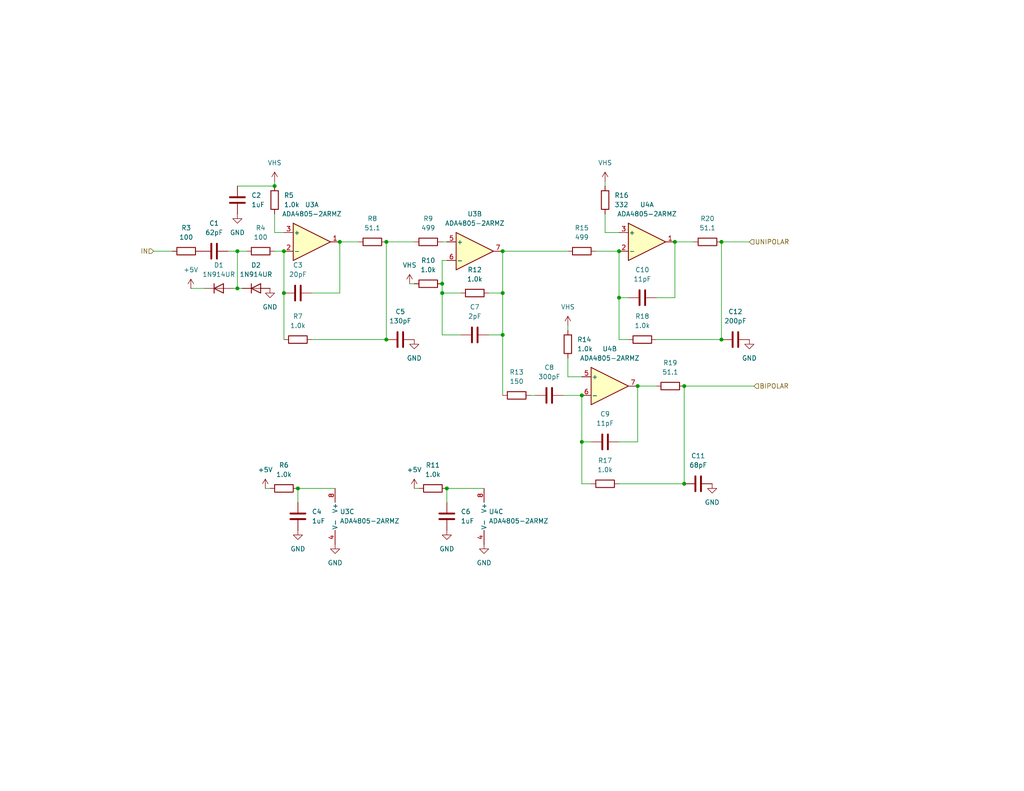
<source format=kicad_sch>
(kicad_sch (version 20231120) (generator "eeschema") (generator_version "8.0")
  (paper "USLetter")
  (title_block (title "QuERI MPU") (date "2024-05-26") (rev "Draft") (company "Noqsi Aerospace Ltd") (comment 1 "15 Blanchard Avenue, Billerica MA 01821") (comment 2 "jpd@noqsi.com"))
  (lib_symbols
    (symbol "QuERI_symbols:+2.5F" (power) (pin_names (offset 0))
      (property "Value" "+2.5F" (at 0 3.556 0))
      (symbol "+2.5F_0_1"
        (polyline (pts (xy -0.762 1.27) (xy 0 2.54)))
        (polyline (pts (xy 0 0) (xy 0 2.54)))
        (polyline (pts (xy 0 2.54) (xy 0.762 1.27)))
      )
      (symbol "+2.5F_1_1"
        (pin power_in line (at 0 0 90) (length 0) hide (name "+2.5F") (number "1"))
      )
    )
    (symbol "QuERI_symbols:1N914UR" (pin_numbers hide) (pin_names hide)
      (property "Reference" "D" (at 0 2.54 0))
      (property "Value" "1N914UR" (at 0 -2.54 0))
      (symbol "1N914UR_0_1"
        (polyline (pts (xy -1.27 1.27) (xy -1.27 -1.27)) (stroke (width 0.254)))
        (polyline (pts (xy 1.27 0) (xy -1.27 0)))
        (polyline (pts (xy 1.27 1.27) (xy 1.27 -1.27) (xy -1.27 0) (xy 1.27 1.27)) (stroke (width 0.254)))
      )
      (symbol "1N914UR_1_1"
        (pin passive line (at -3.81 0 0) (length 2.54) (name "K") (number "1"))
        (pin passive line (at 3.81 0 180) (length 2.54) (name "A") (number "2"))
      )
    )
    (symbol "QuERI_symbols:ADA4805-2ARMZ" (pin_names (offset 0.127))
      (property "Reference" "U" (at 0 5.08 0))
      (property "Value" "ADA4805-2ARMZ" (at 0 -5.08 0))
      (symbol "ADA4805-2ARMZ_1_1"
        (polyline (pts (xy -5.08 5.08) (xy 5.08 0) (xy -5.08 -5.08) (xy -5.08 5.08)) (stroke (width 0.254)) (fill (type background)))
        (pin output line (at 7.62 0 180) (length 2.54) (name "~") (number "1"))
        (pin input line (at -7.62 -2.54 0) (length 2.54) (name "-") (number "2"))
        (pin input line (at -7.62 2.54 0) (length 2.54) (name "+") (number "3"))
      )
      (symbol "ADA4805-2ARMZ_2_1"
        (polyline (pts (xy -5.08 5.08) (xy 5.08 0) (xy -5.08 -5.08) (xy -5.08 5.08)) (stroke (width 0.254)) (fill (type background)))
        (pin input line (at -7.62 2.54 0) (length 2.54) (name "+") (number "5"))
        (pin input line (at -7.62 -2.54 0) (length 2.54) (name "-") (number "6"))
        (pin output line (at 7.62 0 180) (length 2.54) (name "~") (number "7"))
      )
      (symbol "ADA4805-2ARMZ_3_1"
        (pin power_in line (at -2.54 -7.62 90) (length 3.81) (name "V-") (number "4"))
        (pin power_in line (at -2.54 7.62 270) (length 3.81) (name "V+") (number "8"))
      )
    )
    (symbol "QuERI_symbols:C" (pin_numbers hide) (pin_names (offset 0.254))
      (property "Reference" "C" (at 0.635 2.54 0))
      (property "Value" "1uF" (at 0.635 -2.54 0))
      (symbol "C_0_1"
        (polyline (pts (xy -2.032 -0.762) (xy 2.032 -0.762)) (stroke (width 0.508)))
        (polyline (pts (xy -2.032 0.762) (xy 2.032 0.762)) (stroke (width 0.508)))
      )
      (symbol "C_1_1"
        (pin passive line (at 0 3.81 270) (length 2.794) (name "~") (number "1"))
        (pin passive line (at 0 -3.81 90) (length 2.794) (name "~") (number "2"))
      )
    )
    (symbol "QuERI_symbols:Csmall" (pin_numbers hide) (pin_names (offset 0.254))
      (property "Reference" "C" (at 0.635 2.54 0))
      (property "Value" "Csmall" (at 0.635 -2.54 0))
      (symbol "Csmall_0_1"
        (polyline (pts (xy -2.032 -0.762) (xy 2.032 -0.762)) (stroke (width 0.508)))
        (polyline (pts (xy -2.032 0.762) (xy 2.032 0.762)) (stroke (width 0.508)))
      )
      (symbol "Csmall_1_1"
        (pin passive line (at 0 3.81 270) (length 2.794) (name "~") (number "1"))
        (pin passive line (at 0 -3.81 90) (length 2.794) (name "~") (number "2"))
      )
    )
    (symbol "QuERI_symbols:Rlowp" (pin_numbers hide) (pin_names (offset 0))
      (property "Reference" "R" (at 2.032 0 90))
      (property "Value" "Rlowp" (at 0 0 90))
      (symbol "Rlowp_0_1"
        (rectangle (start -1.016 -2.54) (end 1.016 2.54) (stroke (width 0.254)))
      )
      (symbol "Rlowp_1_1"
        (pin passive line (at 0 3.81 270) (length 1.27) (name "~") (number "1"))
        (pin passive line (at 0 -3.81 90) (length 1.27) (name "~") (number "2"))
      )
    )
    (symbol "power:+5V" (power) (pin_numbers hide) (pin_names (offset 0) hide)
      (property "Value" "+5V" (at 0 3.556 0))
      (symbol "+5V_0_1"
        (polyline (pts (xy -0.762 1.27) (xy 0 2.54)))
        (polyline (pts (xy 0 0) (xy 0 2.54)))
        (polyline (pts (xy 0 2.54) (xy 0.762 1.27)))
      )
      (symbol "+5V_1_1"
        (pin power_in line (at 0 0 90) (length 0) (name "~") (number "1"))
      )
    )
    (symbol "power:GND" (power) (pin_numbers hide) (pin_names (offset 0) hide)
      (property "Value" "GND" (at 0 -3.81 0))
      (symbol "GND_0_1"
        (polyline (pts (xy 0 0) (xy 0 -1.27) (xy 1.27 -1.27) (xy 0 -2.54) (xy -1.27 -1.27) (xy 0 -1.27)))
      )
      (symbol "GND_1_1"
        (pin power_in line (at 0 0 270) (length 0) (name "~") (number "1"))
      )
    )
  )
  (junction (at 137.16 80.01))
  (junction (at 186.69 132.08))
  (junction (at 137.16 68.58))
  (junction (at 120.65 80.01))
  (junction (at 196.85 66.04))
  (junction (at 196.85 92.71))
  (junction (at 64.77 78.74))
  (junction (at 77.47 68.58))
  (junction (at 137.16 91.44))
  (junction (at 105.41 66.04))
  (junction (at 158.75 107.95))
  (junction (at 158.75 120.65))
  (junction (at 74.93 50.8))
  (junction (at 184.15 66.04))
  (junction (at 105.41 92.71))
  (junction (at 81.28 133.35))
  (junction (at 168.91 81.28))
  (junction (at 64.77 68.58))
  (junction (at 173.99 105.41))
  (junction (at 121.92 133.35))
  (junction (at 168.91 68.58))
  (junction (at 92.71 66.04))
  (junction (at 120.65 77.47))
  (junction (at 77.47 80.01))
  (junction (at 186.69 105.41))
  (wire (pts (xy 168.91 92.71) (xy 168.91 81.28)))
  (wire (pts (xy 137.16 80.01) (xy 137.16 68.58)))
  (wire (pts (xy 85.09 80.01) (xy 92.71 80.01)))
  (wire (pts (xy 158.75 132.08) (xy 158.75 120.65)))
  (wire (pts (xy 64.77 68.58) (xy 67.31 68.58)))
  (wire (pts (xy 165.1 49.53) (xy 165.1 50.8)))
  (wire (pts (xy 137.16 68.58) (xy 154.94 68.58)))
  (wire (pts (xy 120.65 77.47) (xy 120.65 71.12)))
  (wire (pts (xy 154.94 97.79) (xy 154.94 102.87)))
  (wire (pts (xy 74.93 49.53) (xy 74.93 50.8)))
  (wire (pts (xy 105.41 92.71) (xy 105.41 66.04)))
  (wire (pts (xy 165.1 58.42) (xy 165.1 63.5)))
  (wire (pts (xy 74.93 68.58) (xy 77.47 68.58)))
  (wire (pts (xy 153.67 107.95) (xy 158.75 107.95)))
  (wire (pts (xy 154.94 88.9) (xy 154.94 90.17)))
  (wire (pts (xy 196.85 66.04) (xy 204.47 66.04)))
  (wire (pts (xy 74.93 63.5) (xy 77.47 63.5)))
  (wire (pts (xy 162.56 68.58) (xy 168.91 68.58)))
  (wire (pts (xy 85.09 92.71) (xy 105.41 92.71)))
  (wire (pts (xy 92.71 66.04) (xy 97.79 66.04)))
  (wire (pts (xy 184.15 81.28) (xy 184.15 66.04)))
  (wire (pts (xy 121.92 133.35) (xy 132.08 133.35)))
  (wire (pts (xy 133.35 91.44) (xy 137.16 91.44)))
  (wire (pts (xy 168.91 120.65) (xy 173.99 120.65)))
  (wire (pts (xy 165.1 63.5) (xy 168.91 63.5)))
  (wire (pts (xy 184.15 66.04) (xy 189.23 66.04)))
  (wire (pts (xy 173.99 105.41) (xy 179.07 105.41)))
  (wire (pts (xy 81.28 133.35) (xy 81.28 137.16)))
  (wire (pts (xy 158.75 120.65) (xy 161.29 120.65)))
  (wire (pts (xy 125.73 80.01) (xy 120.65 80.01)))
  (wire (pts (xy 186.69 132.08) (xy 186.69 105.41)))
  (wire (pts (xy 137.16 91.44) (xy 137.16 107.95)))
  (wire (pts (xy 81.28 133.35) (xy 91.44 133.35)))
  (wire (pts (xy 168.91 81.28) (xy 168.91 68.58)))
  (wire (pts (xy 158.75 120.65) (xy 158.75 107.95)))
  (wire (pts (xy 120.65 71.12) (xy 121.92 71.12)))
  (wire (pts (xy 154.94 102.87) (xy 158.75 102.87)))
  (wire (pts (xy 121.92 133.35) (xy 121.92 137.16)))
  (wire (pts (xy 64.77 68.58) (xy 64.77 78.74)))
  (wire (pts (xy 120.65 80.01) (xy 120.65 77.47)))
  (wire (pts (xy 113.03 133.35) (xy 114.3 133.35)))
  (wire (pts (xy 64.77 50.8) (xy 74.93 50.8)))
  (wire (pts (xy 133.35 80.01) (xy 137.16 80.01)))
  (wire (pts (xy 52.07 78.74) (xy 55.88 78.74)))
  (wire (pts (xy 186.69 105.41) (xy 205.74 105.41)))
  (wire (pts (xy 168.91 132.08) (xy 186.69 132.08)))
  (wire (pts (xy 120.65 66.04) (xy 121.92 66.04)))
  (wire (pts (xy 72.39 133.35) (xy 73.66 133.35)))
  (wire (pts (xy 137.16 91.44) (xy 137.16 80.01)))
  (wire (pts (xy 144.78 107.95) (xy 146.05 107.95)))
  (wire (pts (xy 168.91 81.28) (xy 171.45 81.28)))
  (wire (pts (xy 105.41 66.04) (xy 113.03 66.04)))
  (wire (pts (xy 171.45 92.71) (xy 168.91 92.71)))
  (wire (pts (xy 161.29 132.08) (xy 158.75 132.08)))
  (wire (pts (xy 120.65 91.44) (xy 120.65 80.01)))
  (wire (pts (xy 64.77 78.74) (xy 66.04 78.74)))
  (wire (pts (xy 63.5 78.74) (xy 64.77 78.74)))
  (wire (pts (xy 179.07 81.28) (xy 184.15 81.28)))
  (wire (pts (xy 77.47 68.58) (xy 77.47 80.01)))
  (wire (pts (xy 196.85 92.71) (xy 196.85 66.04)))
  (wire (pts (xy 74.93 58.42) (xy 74.93 63.5)))
  (wire (pts (xy 92.71 80.01) (xy 92.71 66.04)))
  (wire (pts (xy 41.91 68.58) (xy 46.99 68.58)))
  (wire (pts (xy 125.73 91.44) (xy 120.65 91.44)))
  (wire (pts (xy 77.47 80.01) (xy 77.47 92.71)))
  (wire (pts (xy 179.07 92.71) (xy 196.85 92.71)))
  (wire (pts (xy 173.99 120.65) (xy 173.99 105.41)))
  (wire (pts (xy 62.23 68.58) (xy 64.77 68.58)))
  (wire (pts (xy 111.76 77.47) (xy 113.03 77.47)))
  (hierarchical_label "UNIPOLAR" (shape input) (at 204.47 66.04 0))
  (hierarchical_label "IN" (shape input) (at 41.91 68.58 180))
  (hierarchical_label "BIPOLAR" (shape input) (at 205.74 105.41 0))
  (symbol (lib_id "QuERI_symbols:1N914UR") (at 69.85 78.74 0) (unit 1)
    (property "Reference" "D2" (at 69.85 72.39 0))
    (property "Value" "1N914UR" (at 69.85 74.93 0))
    (property "Footprint" "Diode_SMD:D_MiniMELF" (effects (hide yes)))
    (property "Description" "General Purpose Switching Diode" (effects (hide yes)))
    (property "Sim.Device" "D" (effects (hide yes)))
    (property "Sim.Pins" "1=A 2=K" (effects (hide yes)))
    (property "Sim.Library" "1N914B.mod" (effects (hide yes)))
    (property "Sim.Name" "FDLL914B" (effects (hide yes)))
    (instances (project "" (path "" (reference "D2") (unit 1))) (project "MPU" (path "" (reference "D26") (unit 1)) (path "" (reference "D20") (unit 1))))
  )
  (symbol (lib_id "QuERI_symbols:ADA4805-2ARMZ") (at 85.09 66.04 0) (unit 1)
    (property "Reference" "U3" (at 85.09 55.88 0))
    (property "Value" "ADA4805-2ARMZ" (at 85.09 58.42 0))
    (property "Footprint" "Package_SO:MSOP-8_3x3mm_P0.65mm" (effects (hide yes)))
    (property "Datasheet" "https://www.analog.com/media/en/technical-documentation/data-sheets/ADA4805-1_4805-2.pdf" (effects (hide yes)))
    (property "Description" "Dual Operational Amplifiers, DIP-8/SOIC-8/TSSOP-8/VSSOP-8" (effects (hide yes)))
    (property "Sim.Library" "ADA4805_msop.mod" (effects (hide yes)))
    (property "Sim.Name" "ADA4805_msop" (effects (hide yes)))
    (property "Sim.Device" "SUBCKT" (effects (hide yes)))
    (property "Sim.Pins" "1=1 2=2 3=3 4=4 5=5 6=6 7=7 8=8" (effects (hide yes)))
    (instances (project "" (path "" (reference "U3") (unit 1))) (project "MPU" (path "" (reference "U35") (unit 1)) (path "" (reference "U20") (unit 1))))
  )
  (symbol (lib_id "power:GND") (at 132.08 148.59 0) (unit 1)
    (property "Reference" "#PWR030" (effects (hide yes)))
    (property "Value" "GND" (at 132.08 153.67 0))
    (property "Description" "Power symbol creates a global label with name \"GND\" , ground" (effects (hide yes)))
    (instances (project "" (path "" (reference "#PWR030") (unit 1))) (project "MPU" (path "" (reference "#PWR0309") (unit 1)) (path "" (reference "#PWR0191") (unit 1))))
  )
  (symbol (lib_id "power:+5V") (at 52.07 78.74 0) (unit 1)
    (property "Reference" "#PWR019" (effects (hide yes)))
    (property "Value" "+5V" (at 52.07 73.66 0))
    (property "Description" "Power symbol creates a global label with name \"+5V\"" (effects (hide yes)))
    (instances (project "" (path "" (reference "#PWR019") (unit 1))) (project "MPU" (path "" (reference "#PWR0298") (unit 1)) (path "" (reference "#PWR0180") (unit 1))))
  )
  (symbol (lib_id "QuERI_symbols:+2.5F") (at 154.94 88.9 0) (unit 1)
    (property "Reference" "#PWR031" (effects (hide yes)))
    (property "Value" "VHS" (at 154.94 83.82 0))
    (property "Description" "Power symbol creates a global label with name \"+2.5F\"" (effects (hide yes)))
    (instances (project "" (path "" (reference "#PWR031") (unit 1))) (project "MPU" (path "" (reference "#PWR0310") (unit 1)) (path "" (reference "#PWR0192") (unit 1))))
  )
  (symbol (lib_id "power:GND") (at 113.03 92.71 0) (unit 1)
    (property "Reference" "#PWR027" (effects (hide yes)))
    (property "Value" "GND" (at 113.03 97.79 0))
    (property "Description" "Power symbol creates a global label with name \"GND\" , ground" (effects (hide yes)))
    (instances (project "" (path "" (reference "#PWR027") (unit 1))) (project "MPU" (path "" (reference "#PWR0306") (unit 1)) (path "" (reference "#PWR0188") (unit 1))))
  )
  (symbol (lib_id "QuERI_symbols:Rlowp") (at 158.75 68.58 90) (unit 1)
    (property "Reference" "R15" (at 158.75 62.23 90))
    (property "Value" "499" (at 158.75 64.77 90))
    (property "Footprint" "Resistor_SMD:R_0603_1608Metric" (effects (hide yes)))
    (property "Description" "Resistor" (effects (hide yes)))
    (property "Spec" "1% 1/10W" (effects (hide yes)))
    (instances (project "" (path "" (reference "R15") (unit 1))) (project "MPU" (path "" (reference "R204") (unit 1)) (path "" (reference "R117") (unit 1))))
  )
  (symbol (lib_id "power:GND") (at 194.31 132.08 0) (unit 1)
    (property "Reference" "#PWR033" (effects (hide yes)))
    (property "Value" "GND" (at 194.31 137.16 0))
    (property "Description" "Power symbol creates a global label with name \"GND\" , ground" (effects (hide yes)))
    (instances (project "" (path "" (reference "#PWR033") (unit 1))) (project "MPU" (path "" (reference "#PWR0312") (unit 1)) (path "" (reference "#PWR0194") (unit 1))))
  )
  (symbol (lib_id "QuERI_symbols:ADA4805-2ARMZ") (at 93.98 140.97 0) (unit 3)
    (property "Reference" "U3" (at 92.71 139.7 0) (effects (justify left)))
    (property "Value" "ADA4805-2ARMZ" (at 92.71 142.24 0) (effects (justify left)))
    (property "Footprint" "Package_SO:MSOP-8_3x3mm_P0.65mm" (effects (hide yes)))
    (property "Datasheet" "https://www.analog.com/media/en/technical-documentation/data-sheets/ADA4805-1_4805-2.pdf" (effects (hide yes)))
    (property "Description" "Dual Operational Amplifiers, DIP-8/SOIC-8/TSSOP-8/VSSOP-8" (effects (hide yes)))
    (property "Sim.Library" "ADA4805_msop.mod" (effects (hide yes)))
    (property "Sim.Name" "ADA4805_msop" (effects (hide yes)))
    (property "Sim.Device" "SUBCKT" (effects (hide yes)))
    (property "Sim.Pins" "1=1 2=2 3=3 4=4 5=5 6=6 7=7 8=8" (effects (hide yes)))
    (instances (project "" (path "" (reference "U3") (unit 3))) (project "MPU" (path "" (reference "U35") (unit 3)) (path "" (reference "U20") (unit 3))))
  )
  (symbol (lib_id "QuERI_symbols:ADA4805-2ARMZ") (at 134.62 140.97 0) (unit 3)
    (property "Reference" "U4" (at 133.35 139.7 0) (effects (justify left)))
    (property "Value" "ADA4805-2ARMZ" (at 133.35 142.24 0) (effects (justify left)))
    (property "Footprint" "Package_SO:MSOP-8_3x3mm_P0.65mm" (effects (hide yes)))
    (property "Datasheet" "https://www.analog.com/media/en/technical-documentation/data-sheets/ADA4805-1_4805-2.pdf" (effects (hide yes)))
    (property "Description" "Dual Operational Amplifiers, DIP-8/SOIC-8/TSSOP-8/VSSOP-8" (effects (hide yes)))
    (property "Sim.Library" "ADA4805_msop.mod" (effects (hide yes)))
    (property "Sim.Name" "ADA4805_msop" (effects (hide yes)))
    (property "Sim.Device" "SUBCKT" (effects (hide yes)))
    (property "Sim.Pins" "1=1 2=2 3=3 4=4 5=5 6=6 7=7 8=8" (effects (hide yes)))
    (instances (project "" (path "" (reference "U4") (unit 3))) (project "MPU" (path "" (reference "U36") (unit 3)) (path "" (reference "U21") (unit 3))))
  )
  (symbol (lib_id "QuERI_symbols:Rlowp") (at 175.26 92.71 90) (unit 1)
    (property "Reference" "R18" (at 175.26 86.36 90))
    (property "Value" "1.0k" (at 175.26 88.9 90))
    (property "Footprint" "Resistor_SMD:R_0603_1608Metric" (effects (hide yes)))
    (property "Description" "Resistor" (effects (hide yes)))
    (property "Spec" "1% 1/10W" (effects (hide yes)))
    (instances (project "" (path "" (reference "R18") (unit 1))) (project "MPU" (path "" (reference "R207") (unit 1)) (path "" (reference "R120") (unit 1))))
  )
  (symbol (lib_id "QuERI_symbols:Csmall") (at 175.26 81.28 90) (unit 1)
    (property "Reference" "C10" (at 175.26 73.66 90))
    (property "Value" "11pF" (at 175.26 76.2 90))
    (property "Footprint" "Capacitor_SMD:C_0603_1608Metric" (effects (hide yes)))
    (property "Description" "Unpolarized capacitor" (effects (hide yes)))
    (property "Spec" "50WVDC C0G" (effects (hide yes)))
    (instances (project "" (path "" (reference "C10") (unit 1))) (project "MPU" (path "" (reference "C216") (unit 1)) (path "" (reference "C88") (unit 1))))
  )
  (symbol (lib_id "QuERI_symbols:Rlowp") (at 165.1 54.61 0) (unit 1)
    (property "Reference" "R16" (at 167.64 53.34 0) (effects (justify left)))
    (property "Value" "332" (at 167.64 55.88 0) (effects (justify left)))
    (property "Footprint" "Resistor_SMD:R_0603_1608Metric" (effects (hide yes)))
    (property "Description" "Resistor" (effects (hide yes)))
    (property "Spec" "1% 1/10W" (effects (hide yes)))
    (instances (project "" (path "" (reference "R16") (unit 1))) (project "MPU" (path "" (reference "R205") (unit 1)) (path "" (reference "R118") (unit 1))))
  )
  (symbol (lib_id "QuERI_symbols:1N914UR") (at 59.69 78.74 0) (unit 1)
    (property "Reference" "D1" (at 59.69 72.39 0))
    (property "Value" "1N914UR" (at 59.69 74.93 0))
    (property "Footprint" "Diode_SMD:D_MiniMELF" (effects (hide yes)))
    (property "Description" "General Purpose Switching Diode" (effects (hide yes)))
    (property "Sim.Device" "D" (effects (hide yes)))
    (property "Sim.Pins" "1=A 2=K" (effects (hide yes)))
    (property "Sim.Library" "1N914B.mod" (effects (hide yes)))
    (property "Sim.Name" "FDLL914B" (effects (hide yes)))
    (instances (project "" (path "" (reference "D1") (unit 1))) (project "MPU" (path "" (reference "D25") (unit 1)) (path "" (reference "D19") (unit 1))))
  )
  (symbol (lib_id "QuERI_symbols:C") (at 121.92 140.97 0) (unit 1)
    (property "Reference" "C6" (at 125.73 139.7 0) (effects (justify left)))
    (property "Value" "1uF" (at 125.73 142.24 0) (effects (justify left)))
    (property "Footprint" "Capacitor_SMD:C_0805_2012Metric" (effects (hide yes)))
    (property "Description" "Unpolarized capacitor" (effects (hide yes)))
    (property "Spec" "16WVDC X7R" (effects (hide yes)))
    (instances (project "" (path "" (reference "C6") (unit 1))) (project "MPU" (path "" (reference "C212") (unit 1)) (path "" (reference "C84") (unit 1))))
  )
  (symbol (lib_id "QuERI_symbols:Rlowp") (at 193.04 66.04 90) (unit 1)
    (property "Reference" "R20" (at 193.04 59.69 90))
    (property "Value" "51.1" (at 193.04 62.23 90))
    (property "Footprint" "Resistor_SMD:R_0603_1608Metric" (effects (hide yes)))
    (property "Description" "Resistor" (effects (hide yes)))
    (property "Spec" "1% 1/10W" (effects (hide yes)))
    (instances (project "" (path "" (reference "R20") (unit 1))) (project "MPU" (path "" (reference "R209") (unit 1)) (path "" (reference "R122") (unit 1))))
  )
  (symbol (lib_id "QuERI_symbols:Rlowp") (at 116.84 66.04 90) (unit 1)
    (property "Reference" "R9" (at 116.84 59.69 90))
    (property "Value" "499" (at 116.84 62.23 90))
    (property "Footprint" "Resistor_SMD:R_0603_1608Metric" (effects (hide yes)))
    (property "Description" "Resistor" (effects (hide yes)))
    (property "Spec" "1% 1/10W" (effects (hide yes)))
    (instances (project "" (path "" (reference "R9") (unit 1))) (project "MPU" (path "" (reference "R198") (unit 1)) (path "" (reference "R111") (unit 1))))
  )
  (symbol (lib_id "QuERI_symbols:ADA4805-2ARMZ") (at 176.53 66.04 0) (unit 1)
    (property "Reference" "U4" (at 176.53 55.88 0))
    (property "Value" "ADA4805-2ARMZ" (at 176.53 58.42 0))
    (property "Footprint" "Package_SO:MSOP-8_3x3mm_P0.65mm" (effects (hide yes)))
    (property "Datasheet" "https://www.analog.com/media/en/technical-documentation/data-sheets/ADA4805-1_4805-2.pdf" (effects (hide yes)))
    (property "Description" "Dual Operational Amplifiers, DIP-8/SOIC-8/TSSOP-8/VSSOP-8" (effects (hide yes)))
    (property "Sim.Library" "ADA4805_msop.mod" (effects (hide yes)))
    (property "Sim.Name" "ADA4805_msop" (effects (hide yes)))
    (property "Sim.Device" "SUBCKT" (effects (hide yes)))
    (property "Sim.Pins" "1=1 2=2 3=3 4=4 5=5 6=6 7=7 8=8" (effects (hide yes)))
    (instances (project "" (path "" (reference "U4") (unit 1))) (project "MPU" (path "" (reference "U36") (unit 1)) (path "" (reference "U21") (unit 1))))
  )
  (symbol (lib_id "power:GND") (at 81.28 144.78 0) (unit 1)
    (property "Reference" "#PWR024" (effects (hide yes)))
    (property "Value" "GND" (at 81.28 149.86 0))
    (property "Description" "Power symbol creates a global label with name \"GND\" , ground" (effects (hide yes)))
    (instances (project "" (path "" (reference "#PWR024") (unit 1))) (project "MPU" (path "" (reference "#PWR0303") (unit 1)) (path "" (reference "#PWR0185") (unit 1))))
  )
  (symbol (lib_id "QuERI_symbols:Rlowp") (at 77.47 133.35 90) (unit 1)
    (property "Reference" "R6" (at 77.47 127 90))
    (property "Value" "1.0k" (at 77.47 129.54 90))
    (property "Footprint" "Resistor_SMD:R_0603_1608Metric" (effects (hide yes)))
    (property "Description" "Resistor" (effects (hide yes)))
    (property "Spec" "1% 1/10W" (effects (hide yes)))
    (instances (project "" (path "" (reference "R6") (unit 1))) (project "MPU" (path "" (reference "R195") (unit 1)) (path "" (reference "R108") (unit 1))))
  )
  (symbol (lib_id "power:GND") (at 64.77 58.42 0) (unit 1)
    (property "Reference" "#PWR020" (effects (hide yes)))
    (property "Value" "GND" (at 64.77 63.5 0))
    (property "Description" "Power symbol creates a global label with name \"GND\" , ground" (effects (hide yes)))
    (instances (project "" (path "" (reference "#PWR020") (unit 1))) (project "MPU" (path "" (reference "#PWR0299") (unit 1)) (path "" (reference "#PWR0181") (unit 1))))
  )
  (symbol (lib_id "QuERI_symbols:Csmall") (at 190.5 132.08 90) (unit 1)
    (property "Reference" "C11" (at 190.5 124.46 90))
    (property "Value" "68pF" (at 190.5 127 90))
    (property "Footprint" "Capacitor_SMD:C_0603_1608Metric" (effects (hide yes)))
    (property "Description" "Unpolarized capacitor" (effects (hide yes)))
    (property "Spec" "50WVDC C0G" (effects (hide yes)))
    (instances (project "" (path "" (reference "C11") (unit 1))) (project "MPU" (path "" (reference "C217") (unit 1)) (path "" (reference "C89") (unit 1))))
  )
  (symbol (lib_id "power:+5V") (at 72.39 133.35 0) (unit 1)
    (property "Reference" "#PWR021" (effects (hide yes)))
    (property "Value" "+5V" (at 72.39 128.27 0))
    (property "Description" "Power symbol creates a global label with name \"+5V\"" (effects (hide yes)))
    (instances (project "" (path "" (reference "#PWR021") (unit 1))) (project "MPU" (path "" (reference "#PWR0300") (unit 1)) (path "" (reference "#PWR0182") (unit 1))))
  )
  (symbol (lib_id "QuERI_symbols:Rlowp") (at 182.88 105.41 90) (unit 1)
    (property "Reference" "R19" (at 182.88 99.06 90))
    (property "Value" "51.1" (at 182.88 101.6 90))
    (property "Footprint" "Resistor_SMD:R_0603_1608Metric" (effects (hide yes)))
    (property "Description" "Resistor" (effects (hide yes)))
    (property "Spec" "1% 1/10W" (effects (hide yes)))
    (instances (project "" (path "" (reference "R19") (unit 1))) (project "MPU" (path "" (reference "R208") (unit 1)) (path "" (reference "R121") (unit 1))))
  )
  (symbol (lib_id "QuERI_symbols:Rlowp") (at 154.94 93.98 0) (unit 1)
    (property "Reference" "R14" (at 157.48 92.71 0) (effects (justify left)))
    (property "Value" "1.0k" (at 157.48 95.25 0) (effects (justify left)))
    (property "Footprint" "Resistor_SMD:R_0603_1608Metric" (effects (hide yes)))
    (property "Description" "Resistor" (effects (hide yes)))
    (property "Spec" "1% 1/10W" (effects (hide yes)))
    (instances (project "" (path "" (reference "R14") (unit 1))) (project "MPU" (path "" (reference "R203") (unit 1)) (path "" (reference "R116") (unit 1))))
  )
  (symbol (lib_id "QuERI_symbols:Csmall") (at 165.1 120.65 90) (unit 1)
    (property "Reference" "C9" (at 165.1 113.03 90))
    (property "Value" "11pF" (at 165.1 115.57 90))
    (property "Footprint" "Capacitor_SMD:C_0603_1608Metric" (effects (hide yes)))
    (property "Description" "Unpolarized capacitor" (effects (hide yes)))
    (property "Spec" "50WVDC C0G" (effects (hide yes)))
    (instances (project "" (path "" (reference "C9") (unit 1))) (project "MPU" (path "" (reference "C215") (unit 1)) (path "" (reference "C87") (unit 1))))
  )
  (symbol (lib_id "QuERI_symbols:Rlowp") (at 71.12 68.58 90) (unit 1)
    (property "Reference" "R4" (at 71.12 62.23 90))
    (property "Value" "100" (at 71.12 64.77 90))
    (property "Footprint" "Resistor_SMD:R_0603_1608Metric" (effects (hide yes)))
    (property "Description" "Resistor" (effects (hide yes)))
    (property "Spec" "1% 1/10W" (effects (hide yes)))
    (instances (project "" (path "" (reference "R4") (unit 1))) (project "MPU" (path "" (reference "R193") (unit 1)) (path "" (reference "R106") (unit 1))))
  )
  (symbol (lib_id "QuERI_symbols:Rlowp") (at 50.8 68.58 90) (unit 1)
    (property "Reference" "R3" (at 50.8 62.23 90))
    (property "Value" "100" (at 50.8 64.77 90))
    (property "Footprint" "Resistor_SMD:R_0603_1608Metric" (effects (hide yes)))
    (property "Description" "Resistor" (effects (hide yes)))
    (property "Spec" "1% 1/10W" (effects (hide yes)))
    (instances (project "" (path "" (reference "R3") (unit 1))) (project "MPU" (path "" (reference "R192") (unit 1)) (path "" (reference "R105") (unit 1))))
  )
  (symbol (lib_id "QuERI_symbols:Rlowp") (at 81.28 92.71 90) (unit 1)
    (property "Reference" "R7" (at 81.28 86.36 90))
    (property "Value" "1.0k" (at 81.28 88.9 90))
    (property "Footprint" "Resistor_SMD:R_0603_1608Metric" (effects (hide yes)))
    (property "Description" "Resistor" (effects (hide yes)))
    (property "Spec" "1% 1/10W" (effects (hide yes)))
    (instances (project "" (path "" (reference "R7") (unit 1))) (project "MPU" (path "" (reference "R196") (unit 1)) (path "" (reference "R109") (unit 1))))
  )
  (symbol (lib_id "QuERI_symbols:Csmall") (at 129.54 91.44 90) (unit 1)
    (property "Reference" "C7" (at 129.54 83.82 90))
    (property "Value" "2pF" (at 129.54 86.36 90))
    (property "Footprint" "Capacitor_SMD:C_0603_1608Metric" (effects (hide yes)))
    (property "Description" "Unpolarized capacitor" (effects (hide yes)))
    (property "Spec" "50WVDC C0G" (effects (hide yes)))
    (instances (project "" (path "" (reference "C7") (unit 1))) (project "MPU" (path "" (reference "C213") (unit 1)) (path "" (reference "C85") (unit 1))))
  )
  (symbol (lib_id "power:+5V") (at 113.03 133.35 0) (unit 1)
    (property "Reference" "#PWR028" (effects (hide yes)))
    (property "Value" "+5V" (at 113.03 128.27 0))
    (property "Description" "Power symbol creates a global label with name \"+5V\"" (effects (hide yes)))
    (instances (project "" (path "" (reference "#PWR028") (unit 1))) (project "MPU" (path "" (reference "#PWR0307") (unit 1)) (path "" (reference "#PWR0189") (unit 1))))
  )
  (symbol (lib_id "QuERI_symbols:ADA4805-2ARMZ") (at 129.54 68.58 0) (unit 2)
    (property "Reference" "U3" (at 129.54 58.42 0))
    (property "Value" "ADA4805-2ARMZ" (at 129.54 60.96 0))
    (property "Footprint" "Package_SO:MSOP-8_3x3mm_P0.65mm" (effects (hide yes)))
    (property "Datasheet" "https://www.analog.com/media/en/technical-documentation/data-sheets/ADA4805-1_4805-2.pdf" (effects (hide yes)))
    (property "Description" "Dual Operational Amplifiers, DIP-8/SOIC-8/TSSOP-8/VSSOP-8" (effects (hide yes)))
    (property "Sim.Library" "ADA4805_msop.mod" (effects (hide yes)))
    (property "Sim.Name" "ADA4805_msop" (effects (hide yes)))
    (property "Sim.Device" "SUBCKT" (effects (hide yes)))
    (property "Sim.Pins" "1=1 2=2 3=3 4=4 5=5 6=6 7=7 8=8" (effects (hide yes)))
    (instances (project "" (path "" (reference "U3") (unit 2))) (project "MPU" (path "" (reference "U35") (unit 2)) (path "" (reference "U20") (unit 2))))
  )
  (symbol (lib_id "power:GND") (at 204.47 92.71 0) (unit 1)
    (property "Reference" "#PWR034" (effects (hide yes)))
    (property "Value" "GND" (at 204.47 97.79 0))
    (property "Description" "Power symbol creates a global label with name \"GND\" , ground" (effects (hide yes)))
    (instances (project "" (path "" (reference "#PWR034") (unit 1))) (project "MPU" (path "" (reference "#PWR0313") (unit 1)) (path "" (reference "#PWR0195") (unit 1))))
  )
  (symbol (lib_id "QuERI_symbols:Rlowp") (at 101.6 66.04 90) (unit 1)
    (property "Reference" "R8" (at 101.6 59.69 90))
    (property "Value" "51.1" (at 101.6 62.23 90))
    (property "Footprint" "Resistor_SMD:R_0603_1608Metric" (effects (hide yes)))
    (property "Description" "Resistor" (effects (hide yes)))
    (property "Spec" "1% 1/10W" (effects (hide yes)))
    (instances (project "" (path "" (reference "R8") (unit 1))) (project "MPU" (path "" (reference "R197") (unit 1)) (path "" (reference "R110") (unit 1))))
  )
  (symbol (lib_id "QuERI_symbols:Rlowp") (at 129.54 80.01 90) (unit 1)
    (property "Reference" "R12" (at 129.54 73.66 90))
    (property "Value" "1.0k" (at 129.54 76.2 90))
    (property "Footprint" "Resistor_SMD:R_0603_1608Metric" (effects (hide yes)))
    (property "Description" "Resistor" (effects (hide yes)))
    (property "Spec" "1% 1/10W" (effects (hide yes)))
    (instances (project "" (path "" (reference "R12") (unit 1))) (project "MPU" (path "" (reference "R201") (unit 1)) (path "" (reference "R114") (unit 1))))
  )
  (symbol (lib_id "QuERI_symbols:Rlowp") (at 116.84 77.47 90) (unit 1)
    (property "Reference" "R10" (at 116.84 71.12 90))
    (property "Value" "1.0k" (at 116.84 73.66 90))
    (property "Footprint" "Resistor_SMD:R_0603_1608Metric" (effects (hide yes)))
    (property "Description" "Resistor" (effects (hide yes)))
    (property "Spec" "1% 1/10W" (effects (hide yes)))
    (instances (project "" (path "" (reference "R10") (unit 1))) (project "MPU" (path "" (reference "R199") (unit 1)) (path "" (reference "R112") (unit 1))))
  )
  (symbol (lib_id "QuERI_symbols:Rlowp") (at 165.1 132.08 90) (unit 1)
    (property "Reference" "R17" (at 165.1 125.73 90))
    (property "Value" "1.0k" (at 165.1 128.27 90))
    (property "Footprint" "Resistor_SMD:R_0603_1608Metric" (effects (hide yes)))
    (property "Description" "Resistor" (effects (hide yes)))
    (property "Spec" "1% 1/10W" (effects (hide yes)))
    (instances (project "" (path "" (reference "R17") (unit 1))) (project "MPU" (path "" (reference "R206") (unit 1)) (path "" (reference "R119") (unit 1))))
  )
  (symbol (lib_id "QuERI_symbols:Rlowp") (at 140.97 107.95 90) (unit 1)
    (property "Reference" "R13" (at 140.97 101.6 90))
    (property "Value" "150" (at 140.97 104.14 90))
    (property "Footprint" "Resistor_SMD:R_0603_1608Metric" (effects (hide yes)))
    (property "Description" "Resistor" (effects (hide yes)))
    (property "Spec" "1% 1/10W" (effects (hide yes)))
    (instances (project "" (path "" (reference "R13") (unit 1))) (project "MPU" (path "" (reference "R202") (unit 1)) (path "" (reference "R115") (unit 1))))
  )
  (symbol (lib_id "QuERI_symbols:+2.5F") (at 111.76 77.47 0) (unit 1)
    (property "Reference" "#PWR026" (effects (hide yes)))
    (property "Value" "VHS" (at 111.76 72.39 0))
    (property "Description" "Power symbol creates a global label with name \"+2.5F\"" (effects (hide yes)))
    (instances (project "" (path "" (reference "#PWR026") (unit 1))) (project "MPU" (path "" (reference "#PWR0305") (unit 1)) (path "" (reference "#PWR0187") (unit 1))))
  )
  (symbol (lib_id "QuERI_symbols:C") (at 64.77 54.61 0) (unit 1)
    (property "Reference" "C2" (at 68.58 53.34 0) (effects (justify left)))
    (property "Value" "1uF" (at 68.58 55.88 0) (effects (justify left)))
    (property "Footprint" "Capacitor_SMD:C_0805_2012Metric" (effects (hide yes)))
    (property "Description" "Unpolarized capacitor" (effects (hide yes)))
    (property "Spec" "16WVDC X7R" (effects (hide yes)))
    (instances (project "" (path "" (reference "C2") (unit 1))) (project "MPU" (path "" (reference "C208") (unit 1)) (path "" (reference "C80") (unit 1))))
  )
  (symbol (lib_id "power:GND") (at 121.92 144.78 0) (unit 1)
    (property "Reference" "#PWR029" (effects (hide yes)))
    (property "Value" "GND" (at 121.92 149.86 0))
    (property "Description" "Power symbol creates a global label with name \"GND\" , ground" (effects (hide yes)))
    (instances (project "" (path "" (reference "#PWR029") (unit 1))) (project "MPU" (path "" (reference "#PWR0308") (unit 1)) (path "" (reference "#PWR0190") (unit 1))))
  )
  (symbol (lib_id "QuERI_symbols:Csmall") (at 200.66 92.71 90) (unit 1)
    (property "Reference" "C12" (at 200.66 85.09 90))
    (property "Value" "200pF" (at 200.66 87.63 90))
    (property "Footprint" "Capacitor_SMD:C_0603_1608Metric" (effects (hide yes)))
    (property "Description" "Unpolarized capacitor" (effects (hide yes)))
    (property "Spec" "50WVDC C0G" (effects (hide yes)))
    (instances (project "" (path "" (reference "C12") (unit 1))) (project "MPU" (path "" (reference "C218") (unit 1)) (path "" (reference "C90") (unit 1))))
  )
  (symbol (lib_id "QuERI_symbols:Csmall") (at 149.86 107.95 90) (unit 1)
    (property "Reference" "C8" (at 149.86 100.33 90))
    (property "Value" "300pF" (at 149.86 102.87 90))
    (property "Footprint" "Capacitor_SMD:C_0603_1608Metric" (effects (hide yes)))
    (property "Description" "Unpolarized capacitor" (effects (hide yes)))
    (property "Spec" "50WVDC C0G" (effects (hide yes)))
    (instances (project "" (path "" (reference "C8") (unit 1))) (project "MPU" (path "" (reference "C214") (unit 1)) (path "" (reference "C86") (unit 1))))
  )
  (symbol (lib_id "QuERI_symbols:ADA4805-2ARMZ") (at 166.37 105.41 0) (unit 2)
    (property "Reference" "U4" (at 166.37 95.25 0))
    (property "Value" "ADA4805-2ARMZ" (at 166.37 97.79 0))
    (property "Footprint" "Package_SO:MSOP-8_3x3mm_P0.65mm" (effects (hide yes)))
    (property "Datasheet" "https://www.analog.com/media/en/technical-documentation/data-sheets/ADA4805-1_4805-2.pdf" (effects (hide yes)))
    (property "Description" "Dual Operational Amplifiers, DIP-8/SOIC-8/TSSOP-8/VSSOP-8" (effects (hide yes)))
    (property "Sim.Library" "ADA4805_msop.mod" (effects (hide yes)))
    (property "Sim.Name" "ADA4805_msop" (effects (hide yes)))
    (property "Sim.Device" "SUBCKT" (effects (hide yes)))
    (property "Sim.Pins" "1=1 2=2 3=3 4=4 5=5 6=6 7=7 8=8" (effects (hide yes)))
    (instances (project "" (path "" (reference "U4") (unit 2))) (project "MPU" (path "" (reference "U36") (unit 2)) (path "" (reference "U21") (unit 2))))
  )
  (symbol (lib_id "power:GND") (at 73.66 78.74 0) (unit 1)
    (property "Reference" "#PWR022" (effects (hide yes)))
    (property "Value" "GND" (at 73.66 83.82 0))
    (property "Description" "Power symbol creates a global label with name \"GND\" , ground" (effects (hide yes)))
    (instances (project "" (path "" (reference "#PWR022") (unit 1))) (project "MPU" (path "" (reference "#PWR0301") (unit 1)) (path "" (reference "#PWR0183") (unit 1))))
  )
  (symbol (lib_id "QuERI_symbols:+2.5F") (at 165.1 49.53 0) (unit 1)
    (property "Reference" "#PWR032" (effects (hide yes)))
    (property "Value" "VHS" (at 165.1 44.45 0))
    (property "Description" "Power symbol creates a global label with name \"+2.5F\"" (effects (hide yes)))
    (instances (project "" (path "" (reference "#PWR032") (unit 1))) (project "MPU" (path "" (reference "#PWR0311") (unit 1)) (path "" (reference "#PWR0193") (unit 1))))
  )
  (symbol (lib_id "QuERI_symbols:Rlowp") (at 74.93 54.61 0) (unit 1)
    (property "Reference" "R5" (at 77.47 53.34 0) (effects (justify left)))
    (property "Value" "1.0k" (at 77.47 55.88 0) (effects (justify left)))
    (property "Footprint" "Resistor_SMD:R_0603_1608Metric" (effects (hide yes)))
    (property "Description" "Resistor" (effects (hide yes)))
    (property "Spec" "1% 1/10W" (effects (hide yes)))
    (instances (project "" (path "" (reference "R5") (unit 1))) (project "MPU" (path "" (reference "R194") (unit 1)) (path "" (reference "R107") (unit 1))))
  )
  (symbol (lib_id "QuERI_symbols:Csmall") (at 109.22 92.71 90) (unit 1)
    (property "Reference" "C5" (at 109.22 85.09 90))
    (property "Value" "130pF" (at 109.22 87.63 90))
    (property "Footprint" "Capacitor_SMD:C_0603_1608Metric" (effects (hide yes)))
    (property "Description" "Unpolarized capacitor" (effects (hide yes)))
    (property "Spec" "50WVDC C0G" (effects (hide yes)))
    (instances (project "" (path "" (reference "C5") (unit 1))) (project "MPU" (path "" (reference "C211") (unit 1)) (path "" (reference "C83") (unit 1))))
  )
  (symbol (lib_id "QuERI_symbols:Rlowp") (at 118.11 133.35 90) (unit 1)
    (property "Reference" "R11" (at 118.11 127 90))
    (property "Value" "1.0k" (at 118.11 129.54 90))
    (property "Footprint" "Resistor_SMD:R_0603_1608Metric" (effects (hide yes)))
    (property "Description" "Resistor" (effects (hide yes)))
    (property "Spec" "1% 1/10W" (effects (hide yes)))
    (instances (project "" (path "" (reference "R11") (unit 1))) (project "MPU" (path "" (reference "R200") (unit 1)) (path "" (reference "R113") (unit 1))))
  )
  (symbol (lib_id "QuERI_symbols:Csmall") (at 81.28 80.01 90) (unit 1)
    (property "Reference" "C3" (at 81.28 72.39 90))
    (property "Value" "20pF" (at 81.28 74.93 90))
    (property "Footprint" "Capacitor_SMD:C_0603_1608Metric" (effects (hide yes)))
    (property "Description" "Unpolarized capacitor" (effects (hide yes)))
    (property "Spec" "50WVDC C0G" (effects (hide yes)))
    (instances (project "" (path "" (reference "C3") (unit 1))) (project "MPU" (path "" (reference "C209") (unit 1)) (path "" (reference "C81") (unit 1))))
  )
  (symbol (lib_id "QuERI_symbols:Csmall") (at 58.42 68.58 90) (unit 1)
    (property "Reference" "C1" (at 58.42 60.96 90))
    (property "Value" "62pF" (at 58.42 63.5 90))
    (property "Footprint" "Capacitor_SMD:C_0603_1608Metric" (effects (hide yes)))
    (property "Description" "Unpolarized capacitor" (effects (hide yes)))
    (property "Spec" "50WVDC C0G" (effects (hide yes)))
    (instances (project "" (path "" (reference "C1") (unit 1))) (project "MPU" (path "" (reference "C207") (unit 1)) (path "" (reference "C79") (unit 1))))
  )
  (symbol (lib_id "power:GND") (at 91.44 148.59 0) (unit 1)
    (property "Reference" "#PWR025" (effects (hide yes)))
    (property "Value" "GND" (at 91.44 153.67 0))
    (property "Description" "Power symbol creates a global label with name \"GND\" , ground" (effects (hide yes)))
    (instances (project "" (path "" (reference "#PWR025") (unit 1))) (project "MPU" (path "" (reference "#PWR0304") (unit 1)) (path "" (reference "#PWR0186") (unit 1))))
  )
  (symbol (lib_id "QuERI_symbols:+2.5F") (at 74.93 49.53 0) (unit 1)
    (property "Reference" "#PWR023" (effects (hide yes)))
    (property "Value" "VHS" (at 74.93 44.45 0))
    (property "Description" "Power symbol creates a global label with name \"+2.5F\"" (effects (hide yes)))
    (instances (project "" (path "" (reference "#PWR023") (unit 1))) (project "MPU" (path "" (reference "#PWR0302") (unit 1)) (path "" (reference "#PWR0184") (unit 1))))
  )
  (symbol (lib_id "QuERI_symbols:C") (at 81.28 140.97 0) (unit 1)
    (property "Reference" "C4" (at 85.09 139.7 0) (effects (justify left)))
    (property "Value" "1uF" (at 85.09 142.24 0) (effects (justify left)))
    (property "Footprint" "Capacitor_SMD:C_0805_2012Metric" (effects (hide yes)))
    (property "Description" "Unpolarized capacitor" (effects (hide yes)))
    (property "Spec" "16WVDC X7R" (effects (hide yes)))
    (instances (project "" (path "" (reference "C4") (unit 1))) (project "MPU" (path "" (reference "C210") (unit 1)) (path "" (reference "C82") (unit 1))))
  )
)
</source>
